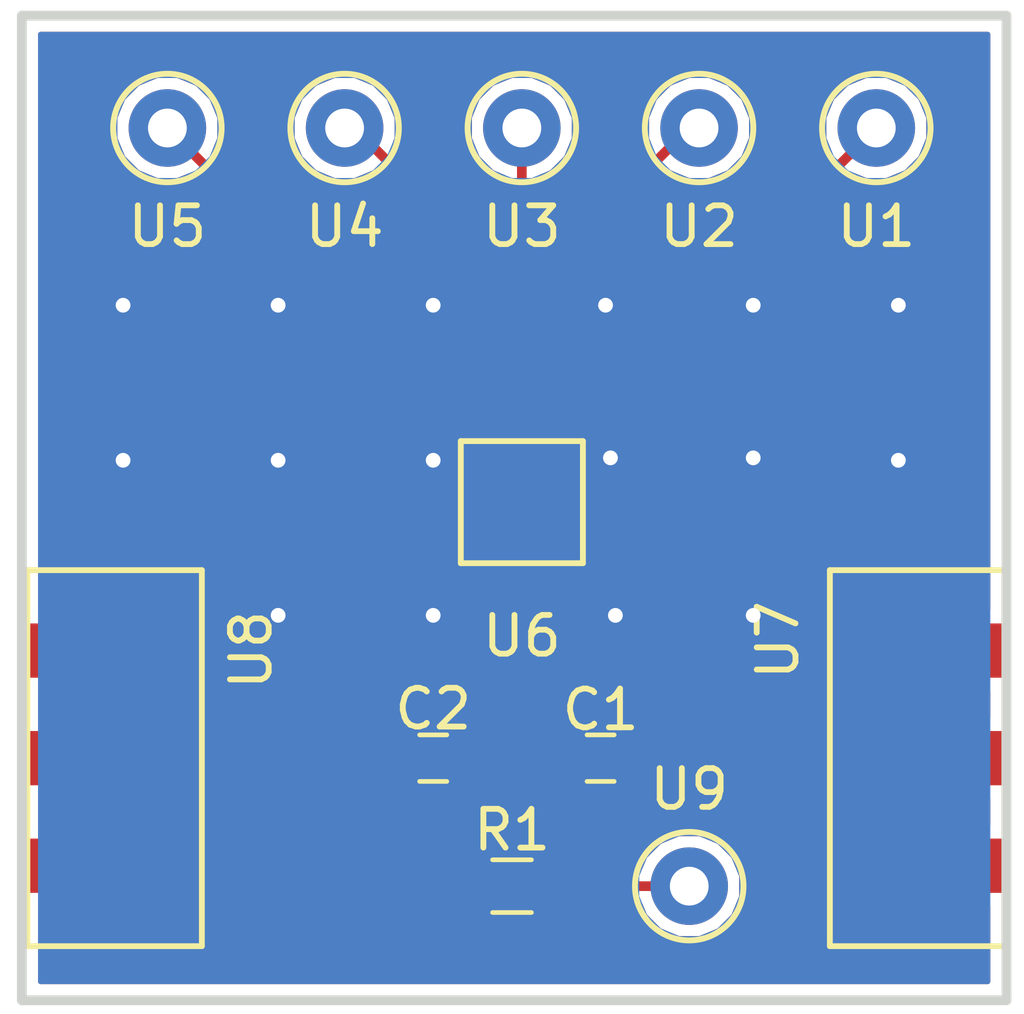
<source format=kicad_pcb>
(kicad_pcb (version 4) (host pcbnew 4.0.7)

  (general
    (links 29)
    (no_connects 0)
    (area 59.872999 69.872999 85.527001 95.527001)
    (thickness 1.6)
    (drawings 4)
    (tracks 19)
    (zones 0)
    (modules 28)
    (nets 14)
  )

  (page A4)
  (layers
    (0 F.Cu signal)
    (31 B.Cu signal)
    (32 B.Adhes user)
    (33 F.Adhes user)
    (34 B.Paste user)
    (35 F.Paste user)
    (36 B.SilkS user)
    (37 F.SilkS user)
    (38 B.Mask user)
    (39 F.Mask user)
    (40 Dwgs.User user)
    (41 Cmts.User user)
    (42 Eco1.User user)
    (43 Eco2.User user)
    (44 Edge.Cuts user)
    (45 Margin user)
    (46 B.CrtYd user)
    (47 F.CrtYd user)
    (48 B.Fab user)
    (49 F.Fab user)
  )

  (setup
    (last_trace_width 0.25)
    (user_trace_width 0.9398)
    (user_trace_width 1.4)
    (trace_clearance 0.2)
    (zone_clearance 0.28971)
    (zone_45_only no)
    (trace_min 0.2)
    (segment_width 0.2)
    (edge_width 0.254)
    (via_size 0.6)
    (via_drill 0.4)
    (via_min_size 0.4)
    (via_min_drill 0.3)
    (uvia_size 0.3)
    (uvia_drill 0.1)
    (uvias_allowed no)
    (uvia_min_size 0.2)
    (uvia_min_drill 0.1)
    (pcb_text_width 0.3)
    (pcb_text_size 1.5 1.5)
    (mod_edge_width 0.15)
    (mod_text_size 1 1)
    (mod_text_width 0.15)
    (pad_size 0.762 0.762)
    (pad_drill 0.381)
    (pad_to_mask_clearance 0)
    (aux_axis_origin 0 0)
    (visible_elements 7FFFFFFF)
    (pcbplotparams
      (layerselection 0x010f0_80000001)
      (usegerberextensions false)
      (excludeedgelayer true)
      (linewidth 0.100000)
      (plotframeref false)
      (viasonmask false)
      (mode 1)
      (useauxorigin false)
      (hpglpennumber 1)
      (hpglpenspeed 20)
      (hpglpendiameter 15)
      (hpglpenoverlay 2)
      (psnegative false)
      (psa4output false)
      (plotreference true)
      (plotvalue true)
      (plotinvisibletext false)
      (padsonsilk false)
      (subtractmaskfromsilk false)
      (outputformat 1)
      (mirror false)
      (drillshape 0)
      (scaleselection 1)
      (outputdirectory Gerber/))
  )

  (net 0 "")
  (net 1 "Net-(C1-Pad1)")
  (net 2 "Net-(C1-Pad2)")
  (net 3 "Net-(C2-Pad1)")
  (net 4 "Net-(C2-Pad2)")
  (net 5 "Net-(R1-Pad2)")
  (net 6 "Net-(U1-Pad1)")
  (net 7 "Net-(U2-Pad1)")
  (net 8 "Net-(U3-Pad1)")
  (net 9 "Net-(U4-Pad1)")
  (net 10 "Net-(U5-Pad1)")
  (net 11 GND)
  (net 12 "Net-(U7-Pad1)")
  (net 13 "Net-(U8-Pad1)")

  (net_class Default "This is the default net class."
    (clearance 0.2)
    (trace_width 0.25)
    (via_dia 0.6)
    (via_drill 0.4)
    (uvia_dia 0.3)
    (uvia_drill 0.1)
    (add_net GND)
    (add_net "Net-(C1-Pad1)")
    (add_net "Net-(C1-Pad2)")
    (add_net "Net-(C2-Pad1)")
    (add_net "Net-(C2-Pad2)")
    (add_net "Net-(R1-Pad2)")
    (add_net "Net-(U1-Pad1)")
    (add_net "Net-(U2-Pad1)")
    (add_net "Net-(U3-Pad1)")
    (add_net "Net-(U4-Pad1)")
    (add_net "Net-(U5-Pad1)")
    (add_net "Net-(U7-Pad1)")
    (add_net "Net-(U8-Pad1)")
  )

  (module pcb-3:via-15mil (layer B.Cu) (tedit 5A07AE05) (tstamp 5A07AF28)
    (at 78.867 85.471)
    (fp_text reference REF** (at 0.0508 0.6096) (layer B.SilkS) hide
      (effects (font (size 0.127 0.127) (thickness 0.000001)) (justify mirror))
    )
    (fp_text value via-15mil (at 0 -0.6096) (layer B.Fab) hide
      (effects (font (size 0.127 0.127) (thickness 0.000001)) (justify mirror))
    )
    (pad 1 thru_hole circle (at 0 0) (size 0.762 0.762) (drill 0.381) (layers *.Cu)
      (net 11 GND))
  )

  (module pcb-3:via-15mil (layer F.Cu) (tedit 5A07ADE2) (tstamp 5A07AF24)
    (at 75.311 85.471)
    (fp_text reference REF** (at 0.0508 -0.6096) (layer F.SilkS) hide
      (effects (font (size 0.127 0.127) (thickness 0.000001)))
    )
    (fp_text value via-15mil (at 0 0.6096) (layer F.Fab) hide
      (effects (font (size 0.127 0.127) (thickness 0.000001)))
    )
    (pad 1 thru_hole circle (at 0 0) (size 0.762 0.762) (drill 0.381) (layers *.Cu)
      (net 11 GND))
  )

  (module pcb-3:via-15mil (layer F.Cu) (tedit 5A07ADDE) (tstamp 5A07AF20)
    (at 70.611 85.47)
    (fp_text reference REF** (at 0.0508 -0.6096) (layer F.SilkS) hide
      (effects (font (size 0.127 0.127) (thickness 0.000001)))
    )
    (fp_text value via-15mil (at 0 0.6096) (layer F.Fab) hide
      (effects (font (size 0.127 0.127) (thickness 0.000001)))
    )
    (pad 1 thru_hole circle (at 0 0) (size 0.762 0.762) (drill 0.381) (layers *.Cu)
      (net 11 GND))
  )

  (module pcb-3:via-15mil (layer F.Cu) (tedit 5A07ADDC) (tstamp 5A07AF1C)
    (at 66.611 85.47)
    (fp_text reference REF** (at 0.0508 -0.6096) (layer F.SilkS) hide
      (effects (font (size 0.127 0.127) (thickness 0.000001)))
    )
    (fp_text value via-15mil (at 0 0.6096) (layer F.Fab) hide
      (effects (font (size 0.127 0.127) (thickness 0.000001)))
    )
    (pad 1 thru_hole circle (at 0 0) (size 0.762 0.762) (drill 0.381) (layers *.Cu)
      (net 11 GND))
  )

  (module pcb-3:via-15mil (layer F.Cu) (tedit 5A07ADAF) (tstamp 5A07AF10)
    (at 82.611 81.47)
    (fp_text reference REF** (at 0.0508 -0.6096) (layer F.SilkS) hide
      (effects (font (size 0.127 0.127) (thickness 0.000001)))
    )
    (fp_text value via-15mil (at 0 0.6096) (layer F.Fab) hide
      (effects (font (size 0.127 0.127) (thickness 0.000001)))
    )
    (pad 1 thru_hole circle (at 0 0) (size 0.762 0.762) (drill 0.381) (layers *.Cu)
      (net 11 GND))
  )

  (module pcb-3:via-15mil (layer F.Cu) (tedit 5A07ADCF) (tstamp 5A07AF0C)
    (at 78.867 81.407)
    (fp_text reference REF** (at 0.0508 -0.6096) (layer F.SilkS) hide
      (effects (font (size 0.127 0.127) (thickness 0.000001)))
    )
    (fp_text value via-15mil (at 0 0.6096) (layer F.Fab) hide
      (effects (font (size 0.127 0.127) (thickness 0.000001)))
    )
    (pad 1 thru_hole circle (at 0 0) (size 0.762 0.762) (drill 0.381) (layers *.Cu)
      (net 11 GND))
  )

  (module pcb-3:via-15mil (layer F.Cu) (tedit 5A07ADD1) (tstamp 5A07AF08)
    (at 75.184 81.407)
    (fp_text reference REF** (at 0.0508 -0.6096) (layer F.SilkS) hide
      (effects (font (size 0.127 0.127) (thickness 0.000001)))
    )
    (fp_text value via-15mil (at 0 0.6096) (layer F.Fab) hide
      (effects (font (size 0.127 0.127) (thickness 0.000001)))
    )
    (pad 1 thru_hole circle (at 0 0) (size 0.762 0.762) (drill 0.381) (layers *.Cu)
      (net 11 GND))
  )

  (module pcb-3:via-15mil (layer F.Cu) (tedit 5A07ADD4) (tstamp 5A07AF04)
    (at 70.611 81.47)
    (fp_text reference REF** (at 0.0508 -0.6096) (layer F.SilkS) hide
      (effects (font (size 0.127 0.127) (thickness 0.000001)))
    )
    (fp_text value via-15mil (at 0 0.6096) (layer F.Fab) hide
      (effects (font (size 0.127 0.127) (thickness 0.000001)))
    )
    (pad 1 thru_hole circle (at 0 0) (size 0.762 0.762) (drill 0.381) (layers *.Cu)
      (net 11 GND))
  )

  (module pcb-3:via-15mil (layer F.Cu) (tedit 5A07ADD7) (tstamp 5A07AF00)
    (at 66.611 81.47)
    (fp_text reference REF** (at 0.0508 -0.6096) (layer F.SilkS) hide
      (effects (font (size 0.127 0.127) (thickness 0.000001)))
    )
    (fp_text value via-15mil (at 0 0.6096) (layer F.Fab) hide
      (effects (font (size 0.127 0.127) (thickness 0.000001)))
    )
    (pad 1 thru_hole circle (at 0 0) (size 0.762 0.762) (drill 0.381) (layers *.Cu)
      (net 11 GND))
  )

  (module pcb-3:via-15mil (layer F.Cu) (tedit 5A07ADD9) (tstamp 5A07AEFC)
    (at 62.611 81.47)
    (fp_text reference REF** (at 0.0508 -0.6096) (layer F.SilkS) hide
      (effects (font (size 0.127 0.127) (thickness 0.000001)))
    )
    (fp_text value via-15mil (at 0 0.6096) (layer F.Fab) hide
      (effects (font (size 0.127 0.127) (thickness 0.000001)))
    )
    (pad 1 thru_hole circle (at 0 0) (size 0.762 0.762) (drill 0.381) (layers *.Cu)
      (net 11 GND))
  )

  (module pcb-3:via-15mil (layer F.Cu) (tedit 5A07ADBE) (tstamp 5A07AEF4)
    (at 82.611 77.47)
    (fp_text reference REF** (at 0.0508 -0.6096) (layer F.SilkS) hide
      (effects (font (size 0.127 0.127) (thickness 0.000001)))
    )
    (fp_text value via-15mil (at 0 0.6096) (layer F.Fab) hide
      (effects (font (size 0.127 0.127) (thickness 0.000001)))
    )
    (pad 1 thru_hole circle (at 0 0) (size 0.762 0.762) (drill 0.381) (layers *.Cu)
      (net 11 GND))
  )

  (module pcb-3:via-15mil (layer F.Cu) (tedit 5A07ADC1) (tstamp 5A07AEF0)
    (at 78.867 77.47)
    (fp_text reference REF** (at 0.0508 -0.6096) (layer F.SilkS) hide
      (effects (font (size 0.127 0.127) (thickness 0.000001)))
    )
    (fp_text value via-15mil (at 0 0.6096) (layer F.Fab) hide
      (effects (font (size 0.127 0.127) (thickness 0.000001)))
    )
    (pad 1 thru_hole circle (at 0 0) (size 0.762 0.762) (drill 0.381) (layers *.Cu)
      (net 11 GND))
  )

  (module pcb-3:via-15mil (layer F.Cu) (tedit 5A07ADC3) (tstamp 5A07AEEC)
    (at 75.057 77.47)
    (fp_text reference REF** (at 0.0508 -0.6096) (layer F.SilkS) hide
      (effects (font (size 0.127 0.127) (thickness 0.000001)))
    )
    (fp_text value via-15mil (at 0 0.6096) (layer F.Fab) hide
      (effects (font (size 0.127 0.127) (thickness 0.000001)))
    )
    (pad 1 thru_hole circle (at 0 0) (size 0.762 0.762) (drill 0.381) (layers *.Cu)
      (net 11 GND))
  )

  (module pcb-3:via-15mil (layer F.Cu) (tedit 5A07ADC6) (tstamp 5A07AEE8)
    (at 70.611 77.47)
    (fp_text reference REF** (at 0.0508 -0.6096) (layer F.SilkS) hide
      (effects (font (size 0.127 0.127) (thickness 0.000001)))
    )
    (fp_text value via-15mil (at 0 0.6096) (layer F.Fab) hide
      (effects (font (size 0.127 0.127) (thickness 0.000001)))
    )
    (pad 1 thru_hole circle (at 0 0) (size 0.762 0.762) (drill 0.381) (layers *.Cu)
      (net 11 GND))
  )

  (module pcb-3:via-15mil (layer F.Cu) (tedit 5A07ADC9) (tstamp 5A07AEE4)
    (at 66.611 77.47)
    (fp_text reference REF** (at 0.0508 -0.6096) (layer F.SilkS) hide
      (effects (font (size 0.127 0.127) (thickness 0.000001)))
    )
    (fp_text value via-15mil (at 0 0.6096) (layer F.Fab) hide
      (effects (font (size 0.127 0.127) (thickness 0.000001)))
    )
    (pad 1 thru_hole circle (at 0 0) (size 0.762 0.762) (drill 0.381) (layers *.Cu)
      (net 11 GND))
  )

  (module pcb-3:SMA (layer F.Cu) (tedit 5A079CD9) (tstamp 5A079D25)
    (at 85.344 89.154 90)
    (path /5A079898)
    (fp_text reference U7 (at 3.048 -5.842 90) (layer F.SilkS)
      (effects (font (size 1 1) (thickness 0.15)))
    )
    (fp_text value J1 (at -2.286 -5.588 90) (layer F.Fab)
      (effects (font (size 1 1) (thickness 0.15)))
    )
    (fp_line (start -4.85 -4.5) (end 4.85 -4.5) (layer F.SilkS) (width 0.15))
    (fp_line (start 4.85 0) (end 4.85 -4.5) (layer F.SilkS) (width 0.15))
    (fp_line (start -4.85 0) (end -4.85 -4.5) (layer F.SilkS) (width 0.15))
    (fp_line (start -4.85 0) (end 4.85 0) (layer F.SilkS) (width 0.15))
    (pad 3 connect rect (at 2.775 -2.25 90) (size 1.4 4.5) (layers F.Cu F.Mask))
    (pad 2 connect rect (at 0 -2.25 90) (size 1.4 4.5) (layers F.Cu F.Mask)
      (net 2 "Net-(C1-Pad2)"))
    (pad 1 connect rect (at -2.775 -2.25 90) (size 1.4 4.5) (layers F.Cu F.Mask)
      (net 12 "Net-(U7-Pad1)"))
  )

  (module pcb-3:C_0603_HandSoldering (layer F.Cu) (tedit 58AA848B) (tstamp 5A079CAA)
    (at 74.93 89.154)
    (descr "Capacitor SMD 0603, hand soldering")
    (tags "capacitor 0603")
    (path /5A07A85D)
    (attr smd)
    (fp_text reference C1 (at 0 -1.25) (layer F.SilkS)
      (effects (font (size 1 1) (thickness 0.15)))
    )
    (fp_text value 47p (at 0 1.5) (layer F.Fab)
      (effects (font (size 1 1) (thickness 0.15)))
    )
    (fp_text user %R (at 0 -1.25) (layer F.Fab)
      (effects (font (size 1 1) (thickness 0.15)))
    )
    (fp_line (start -0.8 0.4) (end -0.8 -0.4) (layer F.Fab) (width 0.1))
    (fp_line (start 0.8 0.4) (end -0.8 0.4) (layer F.Fab) (width 0.1))
    (fp_line (start 0.8 -0.4) (end 0.8 0.4) (layer F.Fab) (width 0.1))
    (fp_line (start -0.8 -0.4) (end 0.8 -0.4) (layer F.Fab) (width 0.1))
    (fp_line (start -0.35 -0.6) (end 0.35 -0.6) (layer F.SilkS) (width 0.12))
    (fp_line (start 0.35 0.6) (end -0.35 0.6) (layer F.SilkS) (width 0.12))
    (fp_line (start -1.8 -0.65) (end 1.8 -0.65) (layer F.CrtYd) (width 0.05))
    (fp_line (start -1.8 -0.65) (end -1.8 0.65) (layer F.CrtYd) (width 0.05))
    (fp_line (start 1.8 0.65) (end 1.8 -0.65) (layer F.CrtYd) (width 0.05))
    (fp_line (start 1.8 0.65) (end -1.8 0.65) (layer F.CrtYd) (width 0.05))
    (pad 1 smd rect (at -0.95 0) (size 1.2 0.75) (layers F.Cu F.Paste F.Mask)
      (net 1 "Net-(C1-Pad1)"))
    (pad 2 smd rect (at 0.95 0) (size 1.2 0.75) (layers F.Cu F.Paste F.Mask)
      (net 2 "Net-(C1-Pad2)"))
    (model Capacitors_SMD.3dshapes/C_0603.wrl
      (at (xyz 0 0 0))
      (scale (xyz 1 1 1))
      (rotate (xyz 0 0 0))
    )
  )

  (module pcb-3:C_0603_HandSoldering (layer F.Cu) (tedit 5A079CD7) (tstamp 5A079CBB)
    (at 70.612 89.154 180)
    (descr "Capacitor SMD 0603, hand soldering")
    (tags "capacitor 0603")
    (path /5A079EA3)
    (attr smd)
    (fp_text reference C2 (at 0 1.27 180) (layer F.SilkS)
      (effects (font (size 1 1) (thickness 0.15)))
    )
    (fp_text value 47p (at 0 -1.524 180) (layer F.Fab)
      (effects (font (size 1 1) (thickness 0.15)))
    )
    (fp_text user %R (at 0 1.27 180) (layer F.Fab)
      (effects (font (size 1 1) (thickness 0.15)))
    )
    (fp_line (start -0.8 0.4) (end -0.8 -0.4) (layer F.Fab) (width 0.1))
    (fp_line (start 0.8 0.4) (end -0.8 0.4) (layer F.Fab) (width 0.1))
    (fp_line (start 0.8 -0.4) (end 0.8 0.4) (layer F.Fab) (width 0.1))
    (fp_line (start -0.8 -0.4) (end 0.8 -0.4) (layer F.Fab) (width 0.1))
    (fp_line (start -0.35 -0.6) (end 0.35 -0.6) (layer F.SilkS) (width 0.12))
    (fp_line (start 0.35 0.6) (end -0.35 0.6) (layer F.SilkS) (width 0.12))
    (fp_line (start -1.8 -0.65) (end 1.8 -0.65) (layer F.CrtYd) (width 0.05))
    (fp_line (start -1.8 -0.65) (end -1.8 0.65) (layer F.CrtYd) (width 0.05))
    (fp_line (start 1.8 0.65) (end 1.8 -0.65) (layer F.CrtYd) (width 0.05))
    (fp_line (start 1.8 0.65) (end -1.8 0.65) (layer F.CrtYd) (width 0.05))
    (pad 1 smd rect (at -0.95 0 180) (size 1.2 0.75) (layers F.Cu F.Paste F.Mask)
      (net 3 "Net-(C2-Pad1)"))
    (pad 2 smd rect (at 0.95 0 180) (size 1.2 0.75) (layers F.Cu F.Paste F.Mask)
      (net 4 "Net-(C2-Pad2)"))
    (model Capacitors_SMD.3dshapes/C_0603.wrl
      (at (xyz 0 0 0))
      (scale (xyz 1 1 1))
      (rotate (xyz 0 0 0))
    )
  )

  (module pcb-3:R_0603_HandSoldering (layer F.Cu) (tedit 58E0A804) (tstamp 5A079CCC)
    (at 72.644 92.456)
    (descr "Resistor SMD 0603, hand soldering")
    (tags "resistor 0603")
    (path /5A079E38)
    (attr smd)
    (fp_text reference R1 (at 0 -1.45) (layer F.SilkS)
      (effects (font (size 1 1) (thickness 0.15)))
    )
    (fp_text value 10k (at 0 1.55) (layer F.Fab)
      (effects (font (size 1 1) (thickness 0.15)))
    )
    (fp_text user %R (at 0 0) (layer F.Fab)
      (effects (font (size 0.4 0.4) (thickness 0.075)))
    )
    (fp_line (start -0.8 0.4) (end -0.8 -0.4) (layer F.Fab) (width 0.1))
    (fp_line (start 0.8 0.4) (end -0.8 0.4) (layer F.Fab) (width 0.1))
    (fp_line (start 0.8 -0.4) (end 0.8 0.4) (layer F.Fab) (width 0.1))
    (fp_line (start -0.8 -0.4) (end 0.8 -0.4) (layer F.Fab) (width 0.1))
    (fp_line (start 0.5 0.68) (end -0.5 0.68) (layer F.SilkS) (width 0.12))
    (fp_line (start -0.5 -0.68) (end 0.5 -0.68) (layer F.SilkS) (width 0.12))
    (fp_line (start -1.96 -0.7) (end 1.95 -0.7) (layer F.CrtYd) (width 0.05))
    (fp_line (start -1.96 -0.7) (end -1.96 0.7) (layer F.CrtYd) (width 0.05))
    (fp_line (start 1.95 0.7) (end 1.95 -0.7) (layer F.CrtYd) (width 0.05))
    (fp_line (start 1.95 0.7) (end -1.96 0.7) (layer F.CrtYd) (width 0.05))
    (pad 1 smd rect (at -1.1 0) (size 1.2 0.9) (layers F.Cu F.Paste F.Mask)
      (net 3 "Net-(C2-Pad1)"))
    (pad 2 smd rect (at 1.1 0) (size 1.2 0.9) (layers F.Cu F.Paste F.Mask)
      (net 5 "Net-(R1-Pad2)"))
    (model ${KISYS3DMOD}/Resistors_SMD.3dshapes/R_0603.wrl
      (at (xyz 0 0 0))
      (scale (xyz 1 1 1))
      (rotate (xyz 0 0 0))
    )
  )

  (module pcb-3:Test_Point_Keystone_5000-5004_Miniature (layer F.Cu) (tedit 5A079C2D) (tstamp 5A079CD8)
    (at 82.042 72.898)
    (descr "Keystone Miniature THM Test Point 5000-5004, http://www.keyelco.com/product-pdf.cfm?p=1309")
    (tags "Through Hole Mount Test Points")
    (path /5A079443)
    (attr virtual)
    (fp_text reference U1 (at 0 2.54) (layer F.SilkS)
      (effects (font (size 1 1) (thickness 0.15)))
    )
    (fp_text value V1 (at -2.286 -1.524) (layer F.Fab)
      (effects (font (size 1 1) (thickness 0.15)))
    )
    (fp_circle (center 0 0) (end 1.65 0) (layer F.CrtYd) (width 0.05))
    (fp_line (start -0.75 -0.25) (end 0.75 -0.25) (layer F.Fab) (width 0.15))
    (fp_line (start 0.75 -0.25) (end 0.75 0.25) (layer F.Fab) (width 0.15))
    (fp_line (start 0.75 0.25) (end -0.75 0.25) (layer F.Fab) (width 0.15))
    (fp_line (start -0.75 0.25) (end -0.75 -0.25) (layer F.Fab) (width 0.15))
    (fp_circle (center 0 0) (end 1.25 0) (layer F.Fab) (width 0.15))
    (fp_circle (center 0 0) (end 1.4 0) (layer F.SilkS) (width 0.15))
    (pad 1 thru_hole circle (at 0 0) (size 2 2) (drill 1) (layers *.Cu *.Mask)
      (net 6 "Net-(U1-Pad1)"))
  )

  (module pcb-3:Test_Point_Keystone_5000-5004_Miniature (layer F.Cu) (tedit 5A079C28) (tstamp 5A079CE4)
    (at 77.47 72.898)
    (descr "Keystone Miniature THM Test Point 5000-5004, http://www.keyelco.com/product-pdf.cfm?p=1309")
    (tags "Through Hole Mount Test Points")
    (path /5A079597)
    (attr virtual)
    (fp_text reference U2 (at 0 2.54) (layer F.SilkS)
      (effects (font (size 1 1) (thickness 0.15)))
    )
    (fp_text value V2 (at -2.286 -1.524) (layer F.Fab)
      (effects (font (size 1 1) (thickness 0.15)))
    )
    (fp_circle (center 0 0) (end 1.65 0) (layer F.CrtYd) (width 0.05))
    (fp_line (start -0.75 -0.25) (end 0.75 -0.25) (layer F.Fab) (width 0.15))
    (fp_line (start 0.75 -0.25) (end 0.75 0.25) (layer F.Fab) (width 0.15))
    (fp_line (start 0.75 0.25) (end -0.75 0.25) (layer F.Fab) (width 0.15))
    (fp_line (start -0.75 0.25) (end -0.75 -0.25) (layer F.Fab) (width 0.15))
    (fp_circle (center 0 0) (end 1.25 0) (layer F.Fab) (width 0.15))
    (fp_circle (center 0 0) (end 1.4 0) (layer F.SilkS) (width 0.15))
    (pad 1 thru_hole circle (at 0 0) (size 2 2) (drill 1) (layers *.Cu *.Mask)
      (net 7 "Net-(U2-Pad1)"))
  )

  (module pcb-3:Test_Point_Keystone_5000-5004_Miniature (layer F.Cu) (tedit 5A079C20) (tstamp 5A079CF0)
    (at 72.898 72.898)
    (descr "Keystone Miniature THM Test Point 5000-5004, http://www.keyelco.com/product-pdf.cfm?p=1309")
    (tags "Through Hole Mount Test Points")
    (path /5A0795BC)
    (attr virtual)
    (fp_text reference U3 (at 0 2.54) (layer F.SilkS)
      (effects (font (size 1 1) (thickness 0.15)))
    )
    (fp_text value V3 (at -2.286 -1.524) (layer F.Fab)
      (effects (font (size 1 1) (thickness 0.15)))
    )
    (fp_circle (center 0 0) (end 1.65 0) (layer F.CrtYd) (width 0.05))
    (fp_line (start -0.75 -0.25) (end 0.75 -0.25) (layer F.Fab) (width 0.15))
    (fp_line (start 0.75 -0.25) (end 0.75 0.25) (layer F.Fab) (width 0.15))
    (fp_line (start 0.75 0.25) (end -0.75 0.25) (layer F.Fab) (width 0.15))
    (fp_line (start -0.75 0.25) (end -0.75 -0.25) (layer F.Fab) (width 0.15))
    (fp_circle (center 0 0) (end 1.25 0) (layer F.Fab) (width 0.15))
    (fp_circle (center 0 0) (end 1.4 0) (layer F.SilkS) (width 0.15))
    (pad 1 thru_hole circle (at 0 0) (size 2 2) (drill 1) (layers *.Cu *.Mask)
      (net 8 "Net-(U3-Pad1)"))
  )

  (module pcb-3:Test_Point_Keystone_5000-5004_Miniature (layer F.Cu) (tedit 5A079C1C) (tstamp 5A079CFC)
    (at 68.326 72.898)
    (descr "Keystone Miniature THM Test Point 5000-5004, http://www.keyelco.com/product-pdf.cfm?p=1309")
    (tags "Through Hole Mount Test Points")
    (path /5A0795E4)
    (attr virtual)
    (fp_text reference U4 (at 0 2.54) (layer F.SilkS)
      (effects (font (size 1 1) (thickness 0.15)))
    )
    (fp_text value V4 (at -2.286 -1.524) (layer F.Fab)
      (effects (font (size 1 1) (thickness 0.15)))
    )
    (fp_circle (center 0 0) (end 1.65 0) (layer F.CrtYd) (width 0.05))
    (fp_line (start -0.75 -0.25) (end 0.75 -0.25) (layer F.Fab) (width 0.15))
    (fp_line (start 0.75 -0.25) (end 0.75 0.25) (layer F.Fab) (width 0.15))
    (fp_line (start 0.75 0.25) (end -0.75 0.25) (layer F.Fab) (width 0.15))
    (fp_line (start -0.75 0.25) (end -0.75 -0.25) (layer F.Fab) (width 0.15))
    (fp_circle (center 0 0) (end 1.25 0) (layer F.Fab) (width 0.15))
    (fp_circle (center 0 0) (end 1.4 0) (layer F.SilkS) (width 0.15))
    (pad 1 thru_hole circle (at 0 0) (size 2 2) (drill 1) (layers *.Cu *.Mask)
      (net 9 "Net-(U4-Pad1)"))
  )

  (module pcb-3:Test_Point_Keystone_5000-5004_Miniature (layer F.Cu) (tedit 5A079C17) (tstamp 5A079D08)
    (at 63.754 72.898)
    (descr "Keystone Miniature THM Test Point 5000-5004, http://www.keyelco.com/product-pdf.cfm?p=1309")
    (tags "Through Hole Mount Test Points")
    (path /5A07960F)
    (attr virtual)
    (fp_text reference U5 (at 0 2.54) (layer F.SilkS)
      (effects (font (size 1 1) (thickness 0.15)))
    )
    (fp_text value V5 (at -2.54 -1.524) (layer F.Fab)
      (effects (font (size 1 1) (thickness 0.15)))
    )
    (fp_circle (center 0 0) (end 1.65 0) (layer F.CrtYd) (width 0.05))
    (fp_line (start -0.75 -0.25) (end 0.75 -0.25) (layer F.Fab) (width 0.15))
    (fp_line (start 0.75 -0.25) (end 0.75 0.25) (layer F.Fab) (width 0.15))
    (fp_line (start 0.75 0.25) (end -0.75 0.25) (layer F.Fab) (width 0.15))
    (fp_line (start -0.75 0.25) (end -0.75 -0.25) (layer F.Fab) (width 0.15))
    (fp_circle (center 0 0) (end 1.25 0) (layer F.Fab) (width 0.15))
    (fp_circle (center 0 0) (end 1.4 0) (layer F.SilkS) (width 0.15))
    (pad 1 thru_hole circle (at 0 0) (size 2 2) (drill 1) (layers *.Cu *.Mask)
      (net 10 "Net-(U5-Pad1)"))
  )

  (module pcb-3:SKY12322-86LF (layer F.Cu) (tedit 5A079AA3) (tstamp 5A079D1A)
    (at 72.898 82.55 180)
    (path /5A07941A)
    (fp_text reference U6 (at 0 -3.4544 180) (layer F.SilkS)
      (effects (font (size 1 1) (thickness 0.15)))
    )
    (fp_text value SKY12322-86LF (at 0 3.7592 180) (layer F.Fab)
      (effects (font (size 1 1) (thickness 0.15)))
    )
    (fp_line (start -1.575 1.575) (end -1.575 -1.575) (layer F.SilkS) (width 0.15))
    (fp_line (start 1.575 1.575) (end 1.575 -1.575) (layer F.SilkS) (width 0.15))
    (fp_line (start -1.575 1.575) (end 1.575 1.575) (layer F.SilkS) (width 0.15))
    (fp_line (start -1.575 -1.575) (end 1.575 -1.575) (layer F.SilkS) (width 0.15))
    (pad 3 smd rect (at 0 2.05 180) (size 0.23 0.95) (layers F.Cu F.Paste F.Mask)
      (net 8 "Net-(U3-Pad1)"))
    (pad 8 smd rect (at 0 -2.05 180) (size 0.23 0.95) (layers F.Cu F.Paste F.Mask)
      (net 11 GND))
    (pad 7 smd rect (at 0.5 -2.05 180) (size 0.23 0.95) (layers F.Cu F.Paste F.Mask)
      (net 11 GND))
    (pad 6 smd rect (at 1 -2.05 180) (size 0.23 0.95) (layers F.Cu F.Paste F.Mask)
      (net 3 "Net-(C2-Pad1)"))
    (pad 9 smd rect (at -0.5 -2.05 180) (size 0.23 0.95) (layers F.Cu F.Paste F.Mask)
      (net 11 GND))
    (pad 10 smd rect (at -1 -2.05 180) (size 0.23 0.95) (layers F.Cu F.Paste F.Mask)
      (net 1 "Net-(C1-Pad1)"))
    (pad 4 smd rect (at 0.5 2.05 180) (size 0.23 0.95) (layers F.Cu F.Paste F.Mask)
      (net 9 "Net-(U4-Pad1)"))
    (pad 5 smd rect (at 1 2.05 180) (size 0.23 0.95) (layers F.Cu F.Paste F.Mask)
      (net 10 "Net-(U5-Pad1)"))
    (pad 2 smd rect (at -0.5 2.05 180) (size 0.23 0.95) (layers F.Cu F.Paste F.Mask)
      (net 7 "Net-(U2-Pad1)"))
    (pad 1 smd rect (at -1 2.05 180) (size 0.23 0.95) (layers F.Cu F.Paste F.Mask)
      (net 6 "Net-(U1-Pad1)"))
  )

  (module pcb-3:SMA (layer F.Cu) (tedit 5A079C92) (tstamp 5A079D30)
    (at 64.643 89.154 90)
    (path /5A07999C)
    (fp_text reference U8 (at 2.794 1.27 90) (layer F.SilkS)
      (effects (font (size 1 1) (thickness 0.15)))
    )
    (fp_text value J2 (at -3.048 1.27 90) (layer F.Fab)
      (effects (font (size 1 1) (thickness 0.15)))
    )
    (fp_line (start -4.85 -4.5) (end 4.85 -4.5) (layer F.SilkS) (width 0.15))
    (fp_line (start 4.85 0) (end 4.85 -4.5) (layer F.SilkS) (width 0.15))
    (fp_line (start -4.85 0) (end -4.85 -4.5) (layer F.SilkS) (width 0.15))
    (fp_line (start -4.85 0) (end 4.85 0) (layer F.SilkS) (width 0.15))
    (pad 3 connect rect (at 2.775 -2.25 90) (size 1.4 4.5) (layers F.Cu F.Mask))
    (pad 2 connect rect (at 0 -2.25 90) (size 1.4 4.5) (layers F.Cu F.Mask)
      (net 4 "Net-(C2-Pad2)"))
    (pad 1 connect rect (at -2.775 -2.25 90) (size 1.4 4.5) (layers F.Cu F.Mask)
      (net 13 "Net-(U8-Pad1)"))
  )

  (module pcb-3:Test_Point_Keystone_5000-5004_Miniature (layer F.Cu) (tedit 5A079CDB) (tstamp 5A079D3C)
    (at 77.216 92.456)
    (descr "Keystone Miniature THM Test Point 5000-5004, http://www.keyelco.com/product-pdf.cfm?p=1309")
    (tags "Through Hole Mount Test Points")
    (path /5A07A178)
    (attr virtual)
    (fp_text reference U9 (at 0 -2.5) (layer F.SilkS)
      (effects (font (size 1 1) (thickness 0.15)))
    )
    (fp_text value VS (at 2.286 1.524) (layer F.Fab)
      (effects (font (size 1 1) (thickness 0.15)))
    )
    (fp_circle (center 0 0) (end 1.65 0) (layer F.CrtYd) (width 0.05))
    (fp_line (start -0.75 -0.25) (end 0.75 -0.25) (layer F.Fab) (width 0.15))
    (fp_line (start 0.75 -0.25) (end 0.75 0.25) (layer F.Fab) (width 0.15))
    (fp_line (start 0.75 0.25) (end -0.75 0.25) (layer F.Fab) (width 0.15))
    (fp_line (start -0.75 0.25) (end -0.75 -0.25) (layer F.Fab) (width 0.15))
    (fp_circle (center 0 0) (end 1.25 0) (layer F.Fab) (width 0.15))
    (fp_circle (center 0 0) (end 1.4 0) (layer F.SilkS) (width 0.15))
    (pad 1 thru_hole circle (at 0 0) (size 2 2) (drill 1) (layers *.Cu *.Mask)
      (net 5 "Net-(R1-Pad2)"))
  )

  (module pcb-3:via-15mil (layer F.Cu) (tedit 5A07ADCC) (tstamp 5A07AD52)
    (at 62.611 77.47)
    (fp_text reference REF** (at 0.0508 -0.6096) (layer F.SilkS) hide
      (effects (font (size 0.127 0.127) (thickness 0.000001)))
    )
    (fp_text value via-15mil (at 0 0.6096) (layer F.Fab) hide
      (effects (font (size 0.127 0.127) (thickness 0.000001)))
    )
    (pad 1 thru_hole circle (at 0 0) (size 0.762 0.762) (drill 0.381) (layers *.Cu)
      (net 11 GND))
  )

  (gr_line (start 60 70) (end 85.4 70) (angle 90) (layer Edge.Cuts) (width 0.254) (tstamp 5A079E2A))
  (gr_line (start 85.4 70) (end 85.4 95.4) (angle 90) (layer Edge.Cuts) (width 0.254))
  (gr_line (start 60 95.4) (end 85.4 95.4) (angle 90) (layer Edge.Cuts) (width 0.254))
  (gr_line (start 60 70) (end 60 95.4) (angle 90) (layer Edge.Cuts) (width 0.254))

  (segment (start 73.898 84.6) (end 74.152 88.982) (width 0.25) (layer F.Cu) (net 1) (status 20))
  (segment (start 74.152 88.982) (end 73.98 89.154) (width 0.25) (layer F.Cu) (net 1) (tstamp 5A07A26A) (status 30))
  (segment (start 84.11 89.154) (end 76.388 89.154) (width 1.4) (layer F.Cu) (net 2) (status 10))
  (segment (start 71.562 89.154) (end 71.562 92.438) (width 0.25) (layer F.Cu) (net 3) (status 20))
  (segment (start 71.562 92.438) (end 71.544 92.456) (width 0.25) (layer F.Cu) (net 3) (tstamp 5A07A270) (status 30))
  (segment (start 71.898 84.6) (end 71.644 89.072) (width 0.25) (layer F.Cu) (net 3) (status 20))
  (segment (start 71.644 89.072) (end 71.562 89.154) (width 0.25) (layer F.Cu) (net 3) (tstamp 5A07A26D) (status 30))
  (segment (start 69.408 89.154) (end 61.631 89.154) (width 1.4) (layer F.Cu) (net 4) (status 20))
  (segment (start 77.216 92.456) (end 73.744 92.456) (width 0.25) (layer F.Cu) (net 5) (status 10))
  (segment (start 73.898 80.5) (end 74.44 80.5) (width 0.25) (layer F.Cu) (net 6))
  (segment (start 74.44 80.5) (end 82.042 72.898) (width 0.25) (layer F.Cu) (net 6) (tstamp 5A07B15A))
  (segment (start 82.042 72.898) (end 81.754 72.898) (width 0.25) (layer F.Cu) (net 6) (status 30))
  (segment (start 73.398 80.5) (end 73.398 76.716) (width 0.25) (layer F.Cu) (net 7) (status 10))
  (segment (start 73.398 76.716) (end 77.47 72.644) (width 0.25) (layer F.Cu) (net 7) (tstamp 5A07A25F) (status 20))
  (segment (start 72.898 80.754) (end 72.898 72.898) (width 0.25) (layer F.Cu) (net 8) (status 20))
  (segment (start 72.398 80.5) (end 72.398 76.716) (width 0.25) (layer F.Cu) (net 9) (status 10))
  (segment (start 72.398 76.716) (end 68.326 72.644) (width 0.25) (layer F.Cu) (net 9) (tstamp 5A07A263) (status 20))
  (segment (start 71.898 80.5) (end 71.356 80.5) (width 0.25) (layer F.Cu) (net 10))
  (segment (start 71.356 80.5) (end 63.754 72.898) (width 0.25) (layer F.Cu) (net 10) (tstamp 5A07B156))

  (zone (net 11) (net_name GND) (layer B.Cu) (tstamp 5A07AADD) (hatch edge 0.508)
    (connect_pads yes (clearance 0.28971))
    (min_thickness 0.127)
    (fill yes (arc_segments 16) (thermal_gap 0.508) (thermal_bridge_width 0.508))
    (polygon
      (pts
        (xy 85.852 71.374) (xy 85.852 69.596) (xy 59.436 69.596) (xy 59.69 95.758) (xy 85.852 95.758)
        (xy 85.852 70.104)
      )
    )
    (filled_polygon
      (pts
        (xy 84.91979 94.91979) (xy 60.48021 94.91979) (xy 60.48021 92.723989) (xy 75.862556 92.723989) (xy 76.068135 93.221531)
        (xy 76.448467 93.602527) (xy 76.945649 93.808975) (xy 77.483989 93.809444) (xy 77.981531 93.603865) (xy 78.362527 93.223533)
        (xy 78.568975 92.726351) (xy 78.569444 92.188011) (xy 78.363865 91.690469) (xy 77.983533 91.309473) (xy 77.486351 91.103025)
        (xy 76.948011 91.102556) (xy 76.450469 91.308135) (xy 76.069473 91.688467) (xy 75.863025 92.185649) (xy 75.862556 92.723989)
        (xy 60.48021 92.723989) (xy 60.48021 73.165989) (xy 62.400556 73.165989) (xy 62.606135 73.663531) (xy 62.986467 74.044527)
        (xy 63.483649 74.250975) (xy 64.021989 74.251444) (xy 64.519531 74.045865) (xy 64.900527 73.665533) (xy 65.106975 73.168351)
        (xy 65.106977 73.165989) (xy 66.972556 73.165989) (xy 67.178135 73.663531) (xy 67.558467 74.044527) (xy 68.055649 74.250975)
        (xy 68.593989 74.251444) (xy 69.091531 74.045865) (xy 69.472527 73.665533) (xy 69.678975 73.168351) (xy 69.678977 73.165989)
        (xy 71.544556 73.165989) (xy 71.750135 73.663531) (xy 72.130467 74.044527) (xy 72.627649 74.250975) (xy 73.165989 74.251444)
        (xy 73.663531 74.045865) (xy 74.044527 73.665533) (xy 74.250975 73.168351) (xy 74.250977 73.165989) (xy 76.116556 73.165989)
        (xy 76.322135 73.663531) (xy 76.702467 74.044527) (xy 77.199649 74.250975) (xy 77.737989 74.251444) (xy 78.235531 74.045865)
        (xy 78.616527 73.665533) (xy 78.822975 73.168351) (xy 78.822977 73.165989) (xy 80.688556 73.165989) (xy 80.894135 73.663531)
        (xy 81.274467 74.044527) (xy 81.771649 74.250975) (xy 82.309989 74.251444) (xy 82.807531 74.045865) (xy 83.188527 73.665533)
        (xy 83.394975 73.168351) (xy 83.395444 72.630011) (xy 83.189865 72.132469) (xy 82.809533 71.751473) (xy 82.312351 71.545025)
        (xy 81.774011 71.544556) (xy 81.276469 71.750135) (xy 80.895473 72.130467) (xy 80.689025 72.627649) (xy 80.688556 73.165989)
        (xy 78.822977 73.165989) (xy 78.823444 72.630011) (xy 78.617865 72.132469) (xy 78.237533 71.751473) (xy 77.740351 71.545025)
        (xy 77.202011 71.544556) (xy 76.704469 71.750135) (xy 76.323473 72.130467) (xy 76.117025 72.627649) (xy 76.116556 73.165989)
        (xy 74.250977 73.165989) (xy 74.251444 72.630011) (xy 74.045865 72.132469) (xy 73.665533 71.751473) (xy 73.168351 71.545025)
        (xy 72.630011 71.544556) (xy 72.132469 71.750135) (xy 71.751473 72.130467) (xy 71.545025 72.627649) (xy 71.544556 73.165989)
        (xy 69.678977 73.165989) (xy 69.679444 72.630011) (xy 69.473865 72.132469) (xy 69.093533 71.751473) (xy 68.596351 71.545025)
        (xy 68.058011 71.544556) (xy 67.560469 71.750135) (xy 67.179473 72.130467) (xy 66.973025 72.627649) (xy 66.972556 73.165989)
        (xy 65.106977 73.165989) (xy 65.107444 72.630011) (xy 64.901865 72.132469) (xy 64.521533 71.751473) (xy 64.024351 71.545025)
        (xy 63.486011 71.544556) (xy 62.988469 71.750135) (xy 62.607473 72.130467) (xy 62.401025 72.627649) (xy 62.400556 73.165989)
        (xy 60.48021 73.165989) (xy 60.48021 70.48021) (xy 84.91979 70.48021)
      )
    )
  )
  (zone (net 11) (net_name GND) (layer F.Cu) (tstamp 5A07AAE1) (hatch edge 0.508)
    (connect_pads yes (clearance 0.28971))
    (min_thickness 0.127)
    (fill yes (arc_segments 16) (thermal_gap 0.508) (thermal_bridge_width 0.508))
    (polygon
      (pts
        (xy 85.852 81.28) (xy 85.852 69.596) (xy 59.436 69.596) (xy 59.69 95.758) (xy 85.852 95.758)
        (xy 85.852 73.152)
      )
    )
    (filled_polygon
      (pts
        (xy 84.91979 85.318871) (xy 80.844 85.318871) (xy 80.713108 85.3435) (xy 80.592893 85.420857) (xy 80.512244 85.53889)
        (xy 80.483871 85.679) (xy 80.483871 87.079) (xy 80.5085 87.209892) (xy 80.585857 87.330107) (xy 80.70389 87.410756)
        (xy 80.844 87.439129) (xy 84.91979 87.439129) (xy 84.91979 88.093871) (xy 80.844 88.093871) (xy 80.807229 88.10079)
        (xy 76.388 88.10079) (xy 75.984954 88.180961) (xy 75.643268 88.409268) (xy 75.636851 88.418871) (xy 75.28 88.418871)
        (xy 75.149108 88.4435) (xy 75.028893 88.520857) (xy 74.948244 88.63889) (xy 74.930372 88.727145) (xy 74.9155 88.648108)
        (xy 74.838143 88.527893) (xy 74.72011 88.447244) (xy 74.59859 88.422636) (xy 74.375409 84.572327) (xy 74.373129 84.563554)
        (xy 74.373129 84.125) (xy 74.3485 83.994108) (xy 74.271143 83.873893) (xy 74.15311 83.793244) (xy 74.013 83.764871)
        (xy 73.783 83.764871) (xy 73.652108 83.7895) (xy 73.531893 83.866857) (xy 73.451244 83.98489) (xy 73.422871 84.125)
        (xy 73.422871 84.61131) (xy 73.420591 84.627673) (xy 73.422871 84.667007) (xy 73.422871 85.075) (xy 73.4475 85.205892)
        (xy 73.454761 85.217176) (xy 73.640346 88.418871) (xy 73.38 88.418871) (xy 73.249108 88.4435) (xy 73.128893 88.520857)
        (xy 73.048244 88.63889) (xy 73.019871 88.779) (xy 73.019871 89.529) (xy 73.0445 89.659892) (xy 73.121857 89.780107)
        (xy 73.23989 89.860756) (xy 73.38 89.889129) (xy 74.58 89.889129) (xy 74.710892 89.8645) (xy 74.831107 89.787143)
        (xy 74.911756 89.66911) (xy 74.929628 89.580855) (xy 74.9445 89.659892) (xy 75.021857 89.780107) (xy 75.13989 89.860756)
        (xy 75.28 89.889129) (xy 75.636851 89.889129) (xy 75.643268 89.898732) (xy 75.984954 90.127039) (xy 76.388 90.20721)
        (xy 80.809833 90.20721) (xy 80.844 90.214129) (xy 84.91979 90.214129) (xy 84.91979 90.868871) (xy 80.844 90.868871)
        (xy 80.713108 90.8935) (xy 80.592893 90.970857) (xy 80.512244 91.08889) (xy 80.483871 91.229) (xy 80.483871 92.629)
        (xy 80.5085 92.759892) (xy 80.585857 92.880107) (xy 80.70389 92.960756) (xy 80.844 92.989129) (xy 84.91979 92.989129)
        (xy 84.91979 94.91979) (xy 60.48021 94.91979) (xy 60.48021 92.989129) (xy 64.643 92.989129) (xy 64.773892 92.9645)
        (xy 64.894107 92.887143) (xy 64.974756 92.76911) (xy 65.003129 92.629) (xy 65.003129 91.229) (xy 64.9785 91.098108)
        (xy 64.901143 90.977893) (xy 64.78311 90.897244) (xy 64.643 90.868871) (xy 60.48021 90.868871) (xy 60.48021 90.214129)
        (xy 64.643 90.214129) (xy 64.679771 90.20721) (xy 69.408 90.20721) (xy 69.811046 90.127039) (xy 70.152732 89.898732)
        (xy 70.159149 89.889129) (xy 70.262 89.889129) (xy 70.392892 89.8645) (xy 70.513107 89.787143) (xy 70.593756 89.66911)
        (xy 70.611628 89.580855) (xy 70.6265 89.659892) (xy 70.703857 89.780107) (xy 70.82189 89.860756) (xy 70.962 89.889129)
        (xy 71.08379 89.889129) (xy 71.08379 91.645871) (xy 70.944 91.645871) (xy 70.813108 91.6705) (xy 70.692893 91.747857)
        (xy 70.612244 91.86589) (xy 70.583871 92.006) (xy 70.583871 92.906) (xy 70.6085 93.036892) (xy 70.685857 93.157107)
        (xy 70.80389 93.237756) (xy 70.944 93.266129) (xy 72.144 93.266129) (xy 72.274892 93.2415) (xy 72.395107 93.164143)
        (xy 72.475756 93.04611) (xy 72.504129 92.906) (xy 72.504129 92.006) (xy 72.783871 92.006) (xy 72.783871 92.906)
        (xy 72.8085 93.036892) (xy 72.885857 93.157107) (xy 73.00389 93.237756) (xy 73.144 93.266129) (xy 74.344 93.266129)
        (xy 74.474892 93.2415) (xy 74.595107 93.164143) (xy 74.675756 93.04611) (xy 74.698416 92.93421) (xy 75.949417 92.93421)
        (xy 76.068135 93.221531) (xy 76.448467 93.602527) (xy 76.945649 93.808975) (xy 77.483989 93.809444) (xy 77.981531 93.603865)
        (xy 78.362527 93.223533) (xy 78.568975 92.726351) (xy 78.569444 92.188011) (xy 78.363865 91.690469) (xy 77.983533 91.309473)
        (xy 77.486351 91.103025) (xy 76.948011 91.102556) (xy 76.450469 91.308135) (xy 76.069473 91.688467) (xy 75.949336 91.97779)
        (xy 74.698821 91.97779) (xy 74.6795 91.875108) (xy 74.602143 91.754893) (xy 74.48411 91.674244) (xy 74.344 91.645871)
        (xy 73.144 91.645871) (xy 73.013108 91.6705) (xy 72.892893 91.747857) (xy 72.812244 91.86589) (xy 72.783871 92.006)
        (xy 72.504129 92.006) (xy 72.4795 91.875108) (xy 72.402143 91.754893) (xy 72.28411 91.674244) (xy 72.144 91.645871)
        (xy 72.04021 91.645871) (xy 72.04021 89.889129) (xy 72.162 89.889129) (xy 72.292892 89.8645) (xy 72.413107 89.787143)
        (xy 72.493756 89.66911) (xy 72.522129 89.529) (xy 72.522129 88.779) (xy 72.4975 88.648108) (xy 72.420143 88.527893)
        (xy 72.30211 88.447244) (xy 72.162 88.418871) (xy 72.160078 88.418871) (xy 72.341798 85.219439) (xy 72.344756 85.21511)
        (xy 72.373129 85.075) (xy 72.373129 84.667823) (xy 72.375441 84.627117) (xy 72.373129 84.610665) (xy 72.373129 84.125)
        (xy 72.3485 83.994108) (xy 72.271143 83.873893) (xy 72.15311 83.793244) (xy 72.013 83.764871) (xy 71.783 83.764871)
        (xy 71.652108 83.7895) (xy 71.531893 83.866857) (xy 71.451244 83.98489) (xy 71.422871 84.125) (xy 71.422871 84.563946)
        (xy 71.42056 84.572882) (xy 71.202115 88.418871) (xy 70.962 88.418871) (xy 70.831108 88.4435) (xy 70.710893 88.520857)
        (xy 70.630244 88.63889) (xy 70.612372 88.727145) (xy 70.5975 88.648108) (xy 70.520143 88.527893) (xy 70.40211 88.447244)
        (xy 70.262 88.418871) (xy 70.159149 88.418871) (xy 70.152732 88.409268) (xy 69.811046 88.180961) (xy 69.408 88.10079)
        (xy 64.677167 88.10079) (xy 64.643 88.093871) (xy 60.48021 88.093871) (xy 60.48021 87.439129) (xy 64.643 87.439129)
        (xy 64.773892 87.4145) (xy 64.894107 87.337143) (xy 64.974756 87.21911) (xy 65.003129 87.079) (xy 65.003129 85.679)
        (xy 64.9785 85.548108) (xy 64.901143 85.427893) (xy 64.78311 85.347244) (xy 64.643 85.318871) (xy 60.48021 85.318871)
        (xy 60.48021 73.165989) (xy 62.400556 73.165989) (xy 62.606135 73.663531) (xy 62.986467 74.044527) (xy 63.483649 74.250975)
        (xy 64.021989 74.251444) (xy 64.311521 74.131813) (xy 71.017852 80.838143) (xy 71.017854 80.838146) (xy 71.172997 80.941808)
        (xy 71.20336 80.947848) (xy 71.356 80.978211) (xy 71.356005 80.97821) (xy 71.423475 80.97821) (xy 71.4475 81.105892)
        (xy 71.524857 81.226107) (xy 71.64289 81.306756) (xy 71.783 81.335129) (xy 72.013 81.335129) (xy 72.143892 81.3105)
        (xy 72.148078 81.307807) (xy 72.283 81.335129) (xy 72.513 81.335129) (xy 72.643892 81.3105) (xy 72.648078 81.307807)
        (xy 72.783 81.335129) (xy 73.013 81.335129) (xy 73.143892 81.3105) (xy 73.148078 81.307807) (xy 73.283 81.335129)
        (xy 73.513 81.335129) (xy 73.643892 81.3105) (xy 73.648078 81.307807) (xy 73.783 81.335129) (xy 74.013 81.335129)
        (xy 74.143892 81.3105) (xy 74.264107 81.233143) (xy 74.344756 81.11511) (xy 74.372479 80.97821) (xy 74.439995 80.97821)
        (xy 74.44 80.978211) (xy 74.623003 80.941808) (xy 74.778146 80.838146) (xy 81.484536 74.131755) (xy 81.771649 74.250975)
        (xy 82.309989 74.251444) (xy 82.807531 74.045865) (xy 83.188527 73.665533) (xy 83.394975 73.168351) (xy 83.395444 72.630011)
        (xy 83.189865 72.132469) (xy 82.809533 71.751473) (xy 82.312351 71.545025) (xy 81.774011 71.544556) (xy 81.276469 71.750135)
        (xy 80.895473 72.130467) (xy 80.689025 72.627649) (xy 80.688556 73.165989) (xy 80.808188 73.455521) (xy 74.351841 79.911867)
        (xy 74.3485 79.894108) (xy 74.271143 79.773893) (xy 74.15311 79.693244) (xy 74.013 79.664871) (xy 73.87621 79.664871)
        (xy 73.87621 76.914082) (xy 76.733061 74.057231) (xy 77.199649 74.250975) (xy 77.737989 74.251444) (xy 78.235531 74.045865)
        (xy 78.616527 73.665533) (xy 78.822975 73.168351) (xy 78.823444 72.630011) (xy 78.617865 72.132469) (xy 78.237533 71.751473)
        (xy 77.740351 71.545025) (xy 77.202011 71.544556) (xy 76.704469 71.750135) (xy 76.323473 72.130467) (xy 76.117025 72.627649)
        (xy 76.116556 73.165989) (xy 76.161923 73.275786) (xy 73.37621 76.061498) (xy 73.37621 74.164583) (xy 73.663531 74.045865)
        (xy 74.044527 73.665533) (xy 74.250975 73.168351) (xy 74.251444 72.630011) (xy 74.045865 72.132469) (xy 73.665533 71.751473)
        (xy 73.168351 71.545025) (xy 72.630011 71.544556) (xy 72.132469 71.750135) (xy 71.751473 72.130467) (xy 71.545025 72.627649)
        (xy 71.544556 73.165989) (xy 71.750135 73.663531) (xy 72.130467 74.044527) (xy 72.41979 74.164664) (xy 72.41979 76.061499)
        (xy 69.63428 73.275988) (xy 69.678975 73.168351) (xy 69.679444 72.630011) (xy 69.473865 72.132469) (xy 69.093533 71.751473)
        (xy 68.596351 71.545025) (xy 68.058011 71.544556) (xy 67.560469 71.750135) (xy 67.179473 72.130467) (xy 66.973025 72.627649)
        (xy 66.972556 73.165989) (xy 67.178135 73.663531) (xy 67.558467 74.044527) (xy 68.055649 74.250975) (xy 68.593989 74.251444)
        (xy 69.063256 74.057548) (xy 71.91979 76.914081) (xy 71.91979 79.664871) (xy 71.783 79.664871) (xy 71.652108 79.6895)
        (xy 71.531893 79.766857) (xy 71.451244 79.88489) (xy 71.445508 79.913217) (xy 64.987755 73.455464) (xy 65.106975 73.168351)
        (xy 65.107444 72.630011) (xy 64.901865 72.132469) (xy 64.521533 71.751473) (xy 64.024351 71.545025) (xy 63.486011 71.544556)
        (xy 62.988469 71.750135) (xy 62.607473 72.130467) (xy 62.401025 72.627649) (xy 62.400556 73.165989) (xy 60.48021 73.165989)
        (xy 60.48021 70.48021) (xy 84.91979 70.48021)
      )
    )
  )
)

</source>
